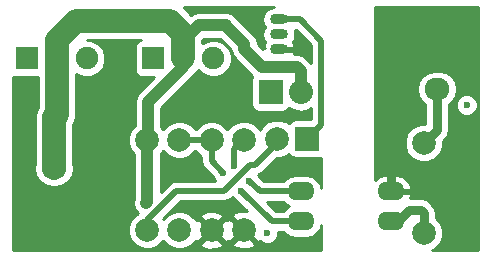
<source format=gbr>
G04 #@! TF.FileFunction,Copper,L1,Top,Signal*
%FSLAX46Y46*%
G04 Gerber Fmt 4.6, Leading zero omitted, Abs format (unit mm)*
G04 Created by KiCad (PCBNEW 4.0.4-stable) date 01/15/17 13:44:32*
%MOMM*%
%LPD*%
G01*
G04 APERTURE LIST*
%ADD10C,0.100000*%
%ADD11C,0.600000*%
%ADD12O,2.300000X1.600000*%
%ADD13O,1.501140X0.899160*%
%ADD14O,2.100000X1.900000*%
%ADD15C,1.900000*%
%ADD16R,1.900000X1.900000*%
%ADD17R,2.000000X2.000000*%
%ADD18C,2.000000*%
%ADD19R,2.032000X2.032000*%
%ADD20O,2.032000X2.032000*%
%ADD21C,1.998980*%
%ADD22C,1.000000*%
%ADD23C,2.000000*%
%ADD24C,0.800000*%
%ADD25C,0.500000*%
%ADD26C,0.250000*%
G04 APERTURE END LIST*
D10*
D11*
X216890000Y-133465000D03*
X220125000Y-136600000D03*
X218665000Y-130265000D03*
X185775000Y-133825000D03*
X209925000Y-135275000D03*
X206875000Y-138475000D03*
X206451200Y-135712200D03*
X210075000Y-141650000D03*
X190475000Y-137550000D03*
X194437000Y-135407400D03*
X193125000Y-133200000D03*
X201725000Y-130650000D03*
X203600000Y-127075000D03*
X185800000Y-128425000D03*
X193850000Y-127450000D03*
X191425000Y-130025000D03*
X205550000Y-123925000D03*
X191000000Y-134800000D03*
X200675000Y-127700000D03*
D12*
X216750000Y-139800000D03*
X216750000Y-137260000D03*
X209130000Y-137260000D03*
X209130000Y-139800000D03*
D11*
X186375000Y-137700000D03*
X222800000Y-140275000D03*
X217600000Y-125925000D03*
X222800000Y-136075000D03*
X223189800Y-129946400D03*
X223175000Y-122825000D03*
X222875000Y-127175000D03*
X222290000Y-132340000D03*
X207391000Y-141757400D03*
X191650000Y-140925000D03*
X186050000Y-130650000D03*
X185925000Y-141150000D03*
X193525000Y-137675000D03*
X199339200Y-135001000D03*
X193750000Y-125350000D03*
X206324200Y-140792200D03*
X193875000Y-130650000D03*
D13*
X207300000Y-123970000D03*
X207300000Y-125240000D03*
X207300000Y-122700000D03*
D11*
X216650000Y-122675000D03*
D14*
X188250000Y-135300000D03*
X188250000Y-140300000D03*
X220700000Y-123600000D03*
X220700000Y-128600000D03*
D15*
X188500000Y-126000000D03*
X191040000Y-126000000D03*
D16*
X185960000Y-126000000D03*
D15*
X199200000Y-126000000D03*
X201740000Y-126000000D03*
D16*
X196660000Y-126000000D03*
D17*
X209700000Y-132800000D03*
D18*
X207160000Y-132800000D03*
D19*
X206600000Y-128850000D03*
D20*
X209140000Y-128850000D03*
D21*
X196164200Y-140538200D03*
X196164200Y-132918200D03*
X219557600Y-140792200D03*
X219557600Y-133172200D03*
X198882000Y-140538200D03*
X198882000Y-132918200D03*
X201599800Y-140563600D03*
X201599800Y-132943600D03*
X204317600Y-140538200D03*
X204317600Y-132918200D03*
D11*
X196088000Y-138226800D03*
X203500000Y-135100000D03*
X204800000Y-136400000D03*
X204100000Y-137200000D03*
X202600000Y-135700000D03*
D22*
X196164200Y-138150600D02*
X196164200Y-132918200D01*
X196088000Y-138226800D02*
X196164200Y-138150600D01*
X202800000Y-123200000D02*
X202800000Y-123225000D01*
X202800000Y-123225000D02*
X204375000Y-124800000D01*
X204375000Y-124800000D02*
X204375000Y-125225000D01*
X204375000Y-125225000D02*
X205900000Y-126750000D01*
X205900000Y-126750000D02*
X208800000Y-126750000D01*
X208800000Y-126750000D02*
X209140000Y-127090000D01*
X209140000Y-127090000D02*
X209140000Y-128850000D01*
D23*
X188250000Y-135300000D02*
X188250000Y-131000000D01*
X188500000Y-130750000D02*
X188500000Y-126000000D01*
X188250000Y-131000000D02*
X188500000Y-130750000D01*
D22*
X199200000Y-126000000D02*
X199200000Y-126700000D01*
X199200000Y-126700000D02*
X196200000Y-129700000D01*
X199200000Y-124500000D02*
X199200000Y-126000000D01*
X200500000Y-123200000D02*
X202800000Y-123200000D01*
X199200000Y-124500000D02*
X200500000Y-123200000D01*
D23*
X188500000Y-126000000D02*
X188500000Y-124400000D01*
X199200000Y-123900000D02*
X199200000Y-126000000D01*
X198100000Y-122800000D02*
X199200000Y-123900000D01*
X190100000Y-122800000D02*
X198100000Y-122800000D01*
X188500000Y-124400000D02*
X190100000Y-122800000D01*
D22*
X196200000Y-129700000D02*
X196200000Y-132900000D01*
D24*
X220700000Y-128600000D02*
X220700000Y-132030000D01*
X220700000Y-132030000D02*
X219550000Y-133180000D01*
X216750000Y-137260000D02*
X216750000Y-133775000D01*
X220700000Y-125400000D02*
X220700000Y-123600000D01*
X217350000Y-128750000D02*
X220700000Y-125400000D01*
X217350000Y-133175000D02*
X217350000Y-128750000D01*
X216750000Y-133775000D02*
X217350000Y-133175000D01*
D25*
X202666600Y-137210800D02*
X204876400Y-135001000D01*
X198628000Y-137210800D02*
X202666600Y-137210800D01*
X196164200Y-139674600D02*
X198628000Y-137210800D01*
X205308200Y-135001000D02*
X207160000Y-133149200D01*
X204876400Y-135001000D02*
X205308200Y-135001000D01*
X207160000Y-133149200D02*
X207160000Y-132800000D01*
X196164200Y-140538200D02*
X196164200Y-139674600D01*
X207300000Y-122700000D02*
X209100000Y-122700000D01*
X210900000Y-131600000D02*
X209700000Y-132800000D01*
X210900000Y-124500000D02*
X210900000Y-131600000D01*
X209100000Y-122700000D02*
X210900000Y-124500000D01*
X207275000Y-137260000D02*
X209130000Y-137260000D01*
X207280000Y-137260000D02*
X207275000Y-137260000D01*
X207275000Y-137260000D02*
X205660000Y-137260000D01*
X203500000Y-133680000D02*
X204300000Y-132880000D01*
X205660000Y-137260000D02*
X204800000Y-136400000D01*
X203500000Y-135100000D02*
X203500000Y-133680000D01*
D24*
X219550000Y-140800000D02*
X219550000Y-139100000D01*
X219325000Y-138875000D02*
X218300000Y-138875000D01*
X219550000Y-139100000D02*
X219325000Y-138875000D01*
X218300000Y-138875000D02*
X217375000Y-139800000D01*
X217375000Y-139800000D02*
X216750000Y-139800000D01*
D25*
X201599800Y-132943600D02*
X198907400Y-132943600D01*
X198907400Y-132943600D02*
X198882000Y-132918200D01*
X201600000Y-132943800D02*
X201600000Y-134700000D01*
X206700000Y-139800000D02*
X207280000Y-139800000D01*
X206700000Y-139800000D02*
X204100000Y-137200000D01*
X202600000Y-135700000D02*
X201600000Y-134700000D01*
X201600000Y-132943800D02*
X201599800Y-132943600D01*
X207280000Y-139800000D02*
X206800000Y-139800000D01*
X207280000Y-139800000D02*
X209130000Y-139800000D01*
D26*
G36*
X224150000Y-142250000D02*
X220283416Y-142250000D01*
X220476598Y-142170179D01*
X220933973Y-141713601D01*
X221181808Y-141116749D01*
X221182372Y-140470487D01*
X220935579Y-139873202D01*
X220575000Y-139511994D01*
X220575000Y-139100000D01*
X220496977Y-138707749D01*
X220274784Y-138375216D01*
X220049784Y-138150216D01*
X219717251Y-137928023D01*
X219717246Y-137928022D01*
X219325000Y-137850000D01*
X218376544Y-137850000D01*
X218464364Y-137689839D01*
X218482476Y-137605521D01*
X218362577Y-137385000D01*
X216875000Y-137385000D01*
X216875000Y-137405000D01*
X216625000Y-137405000D01*
X216625000Y-137385000D01*
X216605000Y-137385000D01*
X216605000Y-137135000D01*
X216625000Y-137135000D01*
X216625000Y-135835000D01*
X216875000Y-135835000D01*
X216875000Y-137135000D01*
X218362577Y-137135000D01*
X218482476Y-136914479D01*
X218464364Y-136830161D01*
X218196016Y-136340761D01*
X217760809Y-135991307D01*
X217225000Y-135835000D01*
X216875000Y-135835000D01*
X216625000Y-135835000D01*
X216275000Y-135835000D01*
X215739191Y-135991307D01*
X215400000Y-136263664D01*
X215400000Y-133493913D01*
X217932828Y-133493913D01*
X218179621Y-134091198D01*
X218636199Y-134548573D01*
X219233051Y-134796408D01*
X219879313Y-134796972D01*
X220476598Y-134550179D01*
X220933973Y-134093601D01*
X221181808Y-133496749D01*
X221182244Y-132997325D01*
X221424785Y-132754784D01*
X221624950Y-132455216D01*
X221646977Y-132422251D01*
X221725000Y-132030000D01*
X221725000Y-130129587D01*
X222264640Y-130129587D01*
X222405166Y-130469686D01*
X222665145Y-130730120D01*
X223004999Y-130871239D01*
X223372987Y-130871560D01*
X223713086Y-130731034D01*
X223973520Y-130471055D01*
X224114639Y-130131201D01*
X224114960Y-129763213D01*
X223974434Y-129423114D01*
X223714455Y-129162680D01*
X223374601Y-129021561D01*
X223006613Y-129021240D01*
X222666514Y-129161766D01*
X222406080Y-129421745D01*
X222264961Y-129761599D01*
X222264640Y-130129587D01*
X221725000Y-130129587D01*
X221725000Y-129861700D01*
X221946508Y-129713693D01*
X222287925Y-129202726D01*
X222407815Y-128600000D01*
X222287925Y-127997274D01*
X221946508Y-127486307D01*
X221435541Y-127144890D01*
X220832815Y-127025000D01*
X220567185Y-127025000D01*
X219964459Y-127144890D01*
X219453492Y-127486307D01*
X219112075Y-127997274D01*
X218992185Y-128600000D01*
X219112075Y-129202726D01*
X219453492Y-129713693D01*
X219675000Y-129861700D01*
X219675000Y-131547811D01*
X219235887Y-131547428D01*
X218638602Y-131794221D01*
X218181227Y-132250799D01*
X217933392Y-132847651D01*
X217932828Y-133493913D01*
X215400000Y-133493913D01*
X215400000Y-121650000D01*
X224150000Y-121650000D01*
X224150000Y-142250000D01*
X224150000Y-142250000D01*
G37*
X224150000Y-142250000D02*
X220283416Y-142250000D01*
X220476598Y-142170179D01*
X220933973Y-141713601D01*
X221181808Y-141116749D01*
X221182372Y-140470487D01*
X220935579Y-139873202D01*
X220575000Y-139511994D01*
X220575000Y-139100000D01*
X220496977Y-138707749D01*
X220274784Y-138375216D01*
X220049784Y-138150216D01*
X219717251Y-137928023D01*
X219717246Y-137928022D01*
X219325000Y-137850000D01*
X218376544Y-137850000D01*
X218464364Y-137689839D01*
X218482476Y-137605521D01*
X218362577Y-137385000D01*
X216875000Y-137385000D01*
X216875000Y-137405000D01*
X216625000Y-137405000D01*
X216625000Y-137385000D01*
X216605000Y-137385000D01*
X216605000Y-137135000D01*
X216625000Y-137135000D01*
X216625000Y-135835000D01*
X216875000Y-135835000D01*
X216875000Y-137135000D01*
X218362577Y-137135000D01*
X218482476Y-136914479D01*
X218464364Y-136830161D01*
X218196016Y-136340761D01*
X217760809Y-135991307D01*
X217225000Y-135835000D01*
X216875000Y-135835000D01*
X216625000Y-135835000D01*
X216275000Y-135835000D01*
X215739191Y-135991307D01*
X215400000Y-136263664D01*
X215400000Y-133493913D01*
X217932828Y-133493913D01*
X218179621Y-134091198D01*
X218636199Y-134548573D01*
X219233051Y-134796408D01*
X219879313Y-134796972D01*
X220476598Y-134550179D01*
X220933973Y-134093601D01*
X221181808Y-133496749D01*
X221182244Y-132997325D01*
X221424785Y-132754784D01*
X221624950Y-132455216D01*
X221646977Y-132422251D01*
X221725000Y-132030000D01*
X221725000Y-130129587D01*
X222264640Y-130129587D01*
X222405166Y-130469686D01*
X222665145Y-130730120D01*
X223004999Y-130871239D01*
X223372987Y-130871560D01*
X223713086Y-130731034D01*
X223973520Y-130471055D01*
X224114639Y-130131201D01*
X224114960Y-129763213D01*
X223974434Y-129423114D01*
X223714455Y-129162680D01*
X223374601Y-129021561D01*
X223006613Y-129021240D01*
X222666514Y-129161766D01*
X222406080Y-129421745D01*
X222264961Y-129761599D01*
X222264640Y-130129587D01*
X221725000Y-130129587D01*
X221725000Y-129861700D01*
X221946508Y-129713693D01*
X222287925Y-129202726D01*
X222407815Y-128600000D01*
X222287925Y-127997274D01*
X221946508Y-127486307D01*
X221435541Y-127144890D01*
X220832815Y-127025000D01*
X220567185Y-127025000D01*
X219964459Y-127144890D01*
X219453492Y-127486307D01*
X219112075Y-127997274D01*
X218992185Y-128600000D01*
X219112075Y-129202726D01*
X219453492Y-129713693D01*
X219675000Y-129861700D01*
X219675000Y-131547811D01*
X219235887Y-131547428D01*
X218638602Y-131794221D01*
X218181227Y-132250799D01*
X217933392Y-132847651D01*
X217932828Y-133493913D01*
X215400000Y-133493913D01*
X215400000Y-121650000D01*
X224150000Y-121650000D01*
X224150000Y-142250000D01*
G36*
X195478389Y-124456337D02*
X195265668Y-124593219D01*
X195122962Y-124802076D01*
X195072756Y-125050000D01*
X195072756Y-126950000D01*
X195116337Y-127181611D01*
X195253219Y-127394332D01*
X195462076Y-127537038D01*
X195710000Y-127587244D01*
X196721766Y-127587244D01*
X195404505Y-128904505D01*
X195160636Y-129269481D01*
X195075000Y-129700000D01*
X195075000Y-131710126D01*
X194787827Y-131996799D01*
X194539992Y-132593651D01*
X194539428Y-133239913D01*
X194786221Y-133837198D01*
X195039200Y-134090619D01*
X195039200Y-137843720D01*
X194963000Y-138226800D01*
X195048636Y-138657318D01*
X195292505Y-139022295D01*
X195401978Y-139095442D01*
X195245202Y-139160221D01*
X194787827Y-139616799D01*
X194539992Y-140213651D01*
X194539428Y-140859913D01*
X194786221Y-141457198D01*
X195242799Y-141914573D01*
X195839651Y-142162408D01*
X196485913Y-142162972D01*
X197083198Y-141916179D01*
X197523467Y-141476678D01*
X197960599Y-141914573D01*
X198557451Y-142162408D01*
X199203713Y-142162972D01*
X199800998Y-141916179D01*
X200008532Y-141709006D01*
X200631170Y-141709006D01*
X200730146Y-141973239D01*
X201335790Y-142198739D01*
X201981628Y-142175304D01*
X202469454Y-141973239D01*
X202568430Y-141709006D01*
X202543030Y-141683606D01*
X203348970Y-141683606D01*
X203447946Y-141947839D01*
X204053590Y-142173339D01*
X204699428Y-142149904D01*
X205187254Y-141947839D01*
X205286230Y-141683606D01*
X204317600Y-140714977D01*
X203348970Y-141683606D01*
X202543030Y-141683606D01*
X201599800Y-140740377D01*
X200631170Y-141709006D01*
X200008532Y-141709006D01*
X200258373Y-141459601D01*
X200258659Y-141458912D01*
X200454394Y-141532230D01*
X201423023Y-140563600D01*
X201776577Y-140563600D01*
X202745206Y-141532230D01*
X202992605Y-141439560D01*
X203172194Y-141506830D01*
X204140823Y-140538200D01*
X203172194Y-139569570D01*
X202924795Y-139662240D01*
X202745206Y-139594970D01*
X201776577Y-140563600D01*
X201423023Y-140563600D01*
X200454394Y-139594970D01*
X200277366Y-139661281D01*
X200259979Y-139619202D01*
X200059322Y-139418194D01*
X200631170Y-139418194D01*
X201599800Y-140386823D01*
X202568430Y-139418194D01*
X202469454Y-139153961D01*
X201863810Y-138928461D01*
X201217972Y-138951896D01*
X200730146Y-139153961D01*
X200631170Y-139418194D01*
X200059322Y-139418194D01*
X199803401Y-139161827D01*
X199206549Y-138913992D01*
X198560287Y-138913428D01*
X197963002Y-139160221D01*
X197522733Y-139599722D01*
X197499644Y-139576593D01*
X198990437Y-138085800D01*
X202666600Y-138085800D01*
X203001448Y-138019195D01*
X203285318Y-137829518D01*
X203353425Y-137761411D01*
X203575345Y-137983720D01*
X203696657Y-138034093D01*
X204566184Y-138903621D01*
X203935772Y-138926496D01*
X203447946Y-139128561D01*
X203348970Y-139392794D01*
X204317600Y-140361423D01*
X204331742Y-140347281D01*
X204508519Y-140524058D01*
X204494377Y-140538200D01*
X205463006Y-141506830D01*
X205657755Y-141433881D01*
X205799545Y-141575920D01*
X206139399Y-141717039D01*
X206507387Y-141717360D01*
X206847486Y-141576834D01*
X207107920Y-141316855D01*
X207249039Y-140977001D01*
X207249302Y-140675000D01*
X207648980Y-140675000D01*
X207737599Y-140807627D01*
X208199902Y-141116528D01*
X208745226Y-141225000D01*
X209514774Y-141225000D01*
X210060098Y-141116528D01*
X210522401Y-140807627D01*
X210831302Y-140345324D01*
X210875000Y-140125640D01*
X210875000Y-142250000D01*
X184800000Y-142250000D01*
X184800000Y-127544718D01*
X185010000Y-127587244D01*
X186875000Y-127587244D01*
X186875000Y-130189111D01*
X186748696Y-130378139D01*
X186748696Y-130378140D01*
X186624999Y-131000000D01*
X186625000Y-131000005D01*
X186625000Y-134883662D01*
X186542185Y-135300000D01*
X186662075Y-135902726D01*
X187003492Y-136413693D01*
X187514459Y-136755110D01*
X187577887Y-136767727D01*
X187628139Y-136801304D01*
X188250000Y-136925000D01*
X188871861Y-136801304D01*
X188922113Y-136767727D01*
X188985541Y-136755110D01*
X189496508Y-136413693D01*
X189837925Y-135902726D01*
X189957815Y-135300000D01*
X189875000Y-134883662D01*
X189875000Y-131560889D01*
X190001304Y-131371861D01*
X190125000Y-130750000D01*
X190125000Y-127312734D01*
X190146669Y-127334441D01*
X190725339Y-127574726D01*
X191351912Y-127575273D01*
X191931000Y-127335999D01*
X192374441Y-126893331D01*
X192614726Y-126314661D01*
X192615273Y-125688088D01*
X192375999Y-125109000D01*
X191933331Y-124665559D01*
X191354661Y-124425274D01*
X191040802Y-124425000D01*
X195644929Y-124425000D01*
X195478389Y-124456337D01*
X195478389Y-124456337D01*
G37*
X195478389Y-124456337D02*
X195265668Y-124593219D01*
X195122962Y-124802076D01*
X195072756Y-125050000D01*
X195072756Y-126950000D01*
X195116337Y-127181611D01*
X195253219Y-127394332D01*
X195462076Y-127537038D01*
X195710000Y-127587244D01*
X196721766Y-127587244D01*
X195404505Y-128904505D01*
X195160636Y-129269481D01*
X195075000Y-129700000D01*
X195075000Y-131710126D01*
X194787827Y-131996799D01*
X194539992Y-132593651D01*
X194539428Y-133239913D01*
X194786221Y-133837198D01*
X195039200Y-134090619D01*
X195039200Y-137843720D01*
X194963000Y-138226800D01*
X195048636Y-138657318D01*
X195292505Y-139022295D01*
X195401978Y-139095442D01*
X195245202Y-139160221D01*
X194787827Y-139616799D01*
X194539992Y-140213651D01*
X194539428Y-140859913D01*
X194786221Y-141457198D01*
X195242799Y-141914573D01*
X195839651Y-142162408D01*
X196485913Y-142162972D01*
X197083198Y-141916179D01*
X197523467Y-141476678D01*
X197960599Y-141914573D01*
X198557451Y-142162408D01*
X199203713Y-142162972D01*
X199800998Y-141916179D01*
X200008532Y-141709006D01*
X200631170Y-141709006D01*
X200730146Y-141973239D01*
X201335790Y-142198739D01*
X201981628Y-142175304D01*
X202469454Y-141973239D01*
X202568430Y-141709006D01*
X202543030Y-141683606D01*
X203348970Y-141683606D01*
X203447946Y-141947839D01*
X204053590Y-142173339D01*
X204699428Y-142149904D01*
X205187254Y-141947839D01*
X205286230Y-141683606D01*
X204317600Y-140714977D01*
X203348970Y-141683606D01*
X202543030Y-141683606D01*
X201599800Y-140740377D01*
X200631170Y-141709006D01*
X200008532Y-141709006D01*
X200258373Y-141459601D01*
X200258659Y-141458912D01*
X200454394Y-141532230D01*
X201423023Y-140563600D01*
X201776577Y-140563600D01*
X202745206Y-141532230D01*
X202992605Y-141439560D01*
X203172194Y-141506830D01*
X204140823Y-140538200D01*
X203172194Y-139569570D01*
X202924795Y-139662240D01*
X202745206Y-139594970D01*
X201776577Y-140563600D01*
X201423023Y-140563600D01*
X200454394Y-139594970D01*
X200277366Y-139661281D01*
X200259979Y-139619202D01*
X200059322Y-139418194D01*
X200631170Y-139418194D01*
X201599800Y-140386823D01*
X202568430Y-139418194D01*
X202469454Y-139153961D01*
X201863810Y-138928461D01*
X201217972Y-138951896D01*
X200730146Y-139153961D01*
X200631170Y-139418194D01*
X200059322Y-139418194D01*
X199803401Y-139161827D01*
X199206549Y-138913992D01*
X198560287Y-138913428D01*
X197963002Y-139160221D01*
X197522733Y-139599722D01*
X197499644Y-139576593D01*
X198990437Y-138085800D01*
X202666600Y-138085800D01*
X203001448Y-138019195D01*
X203285318Y-137829518D01*
X203353425Y-137761411D01*
X203575345Y-137983720D01*
X203696657Y-138034093D01*
X204566184Y-138903621D01*
X203935772Y-138926496D01*
X203447946Y-139128561D01*
X203348970Y-139392794D01*
X204317600Y-140361423D01*
X204331742Y-140347281D01*
X204508519Y-140524058D01*
X204494377Y-140538200D01*
X205463006Y-141506830D01*
X205657755Y-141433881D01*
X205799545Y-141575920D01*
X206139399Y-141717039D01*
X206507387Y-141717360D01*
X206847486Y-141576834D01*
X207107920Y-141316855D01*
X207249039Y-140977001D01*
X207249302Y-140675000D01*
X207648980Y-140675000D01*
X207737599Y-140807627D01*
X208199902Y-141116528D01*
X208745226Y-141225000D01*
X209514774Y-141225000D01*
X210060098Y-141116528D01*
X210522401Y-140807627D01*
X210831302Y-140345324D01*
X210875000Y-140125640D01*
X210875000Y-142250000D01*
X184800000Y-142250000D01*
X184800000Y-127544718D01*
X185010000Y-127587244D01*
X186875000Y-127587244D01*
X186875000Y-130189111D01*
X186748696Y-130378139D01*
X186748696Y-130378140D01*
X186624999Y-131000000D01*
X186625000Y-131000005D01*
X186625000Y-134883662D01*
X186542185Y-135300000D01*
X186662075Y-135902726D01*
X187003492Y-136413693D01*
X187514459Y-136755110D01*
X187577887Y-136767727D01*
X187628139Y-136801304D01*
X188250000Y-136925000D01*
X188871861Y-136801304D01*
X188922113Y-136767727D01*
X188985541Y-136755110D01*
X189496508Y-136413693D01*
X189837925Y-135902726D01*
X189957815Y-135300000D01*
X189875000Y-134883662D01*
X189875000Y-131560889D01*
X190001304Y-131371861D01*
X190125000Y-130750000D01*
X190125000Y-127312734D01*
X190146669Y-127334441D01*
X190725339Y-127574726D01*
X191351912Y-127575273D01*
X191931000Y-127335999D01*
X192374441Y-126893331D01*
X192614726Y-126314661D01*
X192615273Y-125688088D01*
X192375999Y-125109000D01*
X191933331Y-124665559D01*
X191354661Y-124425274D01*
X191040802Y-124425000D01*
X195644929Y-124425000D01*
X195478389Y-124456337D01*
G36*
X207737599Y-138267627D02*
X208130268Y-138530000D01*
X207737599Y-138792373D01*
X207648980Y-138925000D01*
X207062437Y-138925000D01*
X206272437Y-138135000D01*
X207648980Y-138135000D01*
X207737599Y-138267627D01*
X207737599Y-138267627D01*
G37*
X207737599Y-138267627D02*
X208130268Y-138530000D01*
X207737599Y-138792373D01*
X207648980Y-138925000D01*
X207062437Y-138925000D01*
X206272437Y-138135000D01*
X207648980Y-138135000D01*
X207737599Y-138267627D01*
G36*
X197960599Y-134294573D02*
X198557451Y-134542408D01*
X199203713Y-134542972D01*
X199800998Y-134296179D01*
X200228567Y-133869355D01*
X200678399Y-134319973D01*
X200725000Y-134339323D01*
X200725000Y-134700000D01*
X200767839Y-134915366D01*
X200791605Y-135034848D01*
X200981282Y-135318718D01*
X201765736Y-136103173D01*
X201815366Y-136223286D01*
X201927683Y-136335800D01*
X198628000Y-136335800D01*
X198348706Y-136391355D01*
X198293151Y-136402405D01*
X198009281Y-136592082D01*
X197289200Y-137312163D01*
X197289200Y-134090536D01*
X197523467Y-133856678D01*
X197960599Y-134294573D01*
X197960599Y-134294573D01*
G37*
X197960599Y-134294573D02*
X198557451Y-134542408D01*
X199203713Y-134542972D01*
X199800998Y-134296179D01*
X200228567Y-133869355D01*
X200678399Y-134319973D01*
X200725000Y-134339323D01*
X200725000Y-134700000D01*
X200767839Y-134915366D01*
X200791605Y-135034848D01*
X200981282Y-135318718D01*
X201765736Y-136103173D01*
X201815366Y-136223286D01*
X201927683Y-136335800D01*
X198628000Y-136335800D01*
X198348706Y-136391355D01*
X198293151Y-136402405D01*
X198009281Y-136592082D01*
X197289200Y-137312163D01*
X197289200Y-134090536D01*
X197523467Y-133856678D01*
X197960599Y-134294573D01*
G36*
X208243219Y-134244332D02*
X208452076Y-134387038D01*
X208700000Y-134437244D01*
X210700000Y-134437244D01*
X210875000Y-134404315D01*
X210875000Y-136934360D01*
X210831302Y-136714676D01*
X210522401Y-136252373D01*
X210060098Y-135943472D01*
X209514774Y-135835000D01*
X208745226Y-135835000D01*
X208199902Y-135943472D01*
X207737599Y-136252373D01*
X207648980Y-136385000D01*
X206022437Y-136385000D01*
X205634264Y-135996828D01*
X205584634Y-135876714D01*
X205538243Y-135830242D01*
X205643048Y-135809395D01*
X205926918Y-135619718D01*
X207121669Y-134424968D01*
X207481814Y-134425282D01*
X208079286Y-134178412D01*
X208153274Y-134104553D01*
X208243219Y-134244332D01*
X208243219Y-134244332D01*
G37*
X208243219Y-134244332D02*
X208452076Y-134387038D01*
X208700000Y-134437244D01*
X210700000Y-134437244D01*
X210875000Y-134404315D01*
X210875000Y-136934360D01*
X210831302Y-136714676D01*
X210522401Y-136252373D01*
X210060098Y-135943472D01*
X209514774Y-135835000D01*
X208745226Y-135835000D01*
X208199902Y-135943472D01*
X207737599Y-136252373D01*
X207648980Y-136385000D01*
X206022437Y-136385000D01*
X205634264Y-135996828D01*
X205584634Y-135876714D01*
X205538243Y-135830242D01*
X205643048Y-135809395D01*
X205926918Y-135619718D01*
X207121669Y-134424968D01*
X207481814Y-134425282D01*
X208079286Y-134178412D01*
X208153274Y-134104553D01*
X208243219Y-134244332D01*
G36*
X203260178Y-125276168D02*
X203335636Y-125655519D01*
X203565811Y-126000000D01*
X203579505Y-126020495D01*
X205057088Y-127498078D01*
X204996962Y-127586076D01*
X204946756Y-127834000D01*
X204946756Y-129866000D01*
X204990337Y-130097611D01*
X205127219Y-130310332D01*
X205336076Y-130453038D01*
X205584000Y-130503244D01*
X207616000Y-130503244D01*
X207847611Y-130459663D01*
X208060332Y-130322781D01*
X208166514Y-130167378D01*
X208512016Y-130398235D01*
X209140000Y-130523149D01*
X209767984Y-130398235D01*
X210025000Y-130226502D01*
X210025000Y-131162756D01*
X208700000Y-131162756D01*
X208468389Y-131206337D01*
X208255668Y-131343219D01*
X208152533Y-131494161D01*
X208081691Y-131423195D01*
X207484651Y-131175282D01*
X206838186Y-131174718D01*
X206240714Y-131421588D01*
X205783195Y-131878309D01*
X205714241Y-132044368D01*
X205695579Y-131999202D01*
X205239001Y-131541827D01*
X204642149Y-131293992D01*
X203995887Y-131293428D01*
X203398602Y-131540221D01*
X202945633Y-131992400D01*
X202521201Y-131567227D01*
X201924349Y-131319392D01*
X201278087Y-131318828D01*
X200680802Y-131565621D01*
X200253233Y-131992445D01*
X199803401Y-131541827D01*
X199206549Y-131293992D01*
X198560287Y-131293428D01*
X197963002Y-131540221D01*
X197522733Y-131979722D01*
X197325000Y-131781644D01*
X197325000Y-130165990D01*
X199995495Y-127495495D01*
X200074524Y-127377219D01*
X200124235Y-127302822D01*
X200135012Y-127292063D01*
X200349049Y-127149049D01*
X200474370Y-126961492D01*
X200846669Y-127334441D01*
X201425339Y-127574726D01*
X202051912Y-127575273D01*
X202631000Y-127335999D01*
X203074441Y-126893331D01*
X203314726Y-126314661D01*
X203315273Y-125688088D01*
X203075999Y-125109000D01*
X202633331Y-124665559D01*
X202054661Y-124425274D01*
X201428088Y-124424727D01*
X200849000Y-124664001D01*
X200825000Y-124687959D01*
X200825000Y-124465990D01*
X200965990Y-124325000D01*
X202309010Y-124325000D01*
X203260178Y-125276168D01*
X203260178Y-125276168D01*
G37*
X203260178Y-125276168D02*
X203335636Y-125655519D01*
X203565811Y-126000000D01*
X203579505Y-126020495D01*
X205057088Y-127498078D01*
X204996962Y-127586076D01*
X204946756Y-127834000D01*
X204946756Y-129866000D01*
X204990337Y-130097611D01*
X205127219Y-130310332D01*
X205336076Y-130453038D01*
X205584000Y-130503244D01*
X207616000Y-130503244D01*
X207847611Y-130459663D01*
X208060332Y-130322781D01*
X208166514Y-130167378D01*
X208512016Y-130398235D01*
X209140000Y-130523149D01*
X209767984Y-130398235D01*
X210025000Y-130226502D01*
X210025000Y-131162756D01*
X208700000Y-131162756D01*
X208468389Y-131206337D01*
X208255668Y-131343219D01*
X208152533Y-131494161D01*
X208081691Y-131423195D01*
X207484651Y-131175282D01*
X206838186Y-131174718D01*
X206240714Y-131421588D01*
X205783195Y-131878309D01*
X205714241Y-132044368D01*
X205695579Y-131999202D01*
X205239001Y-131541827D01*
X204642149Y-131293992D01*
X203995887Y-131293428D01*
X203398602Y-131540221D01*
X202945633Y-131992400D01*
X202521201Y-131567227D01*
X201924349Y-131319392D01*
X201278087Y-131318828D01*
X200680802Y-131565621D01*
X200253233Y-131992445D01*
X199803401Y-131541827D01*
X199206549Y-131293992D01*
X198560287Y-131293428D01*
X197963002Y-131540221D01*
X197522733Y-131979722D01*
X197325000Y-131781644D01*
X197325000Y-130165990D01*
X199995495Y-127495495D01*
X200074524Y-127377219D01*
X200124235Y-127302822D01*
X200135012Y-127292063D01*
X200349049Y-127149049D01*
X200474370Y-126961492D01*
X200846669Y-127334441D01*
X201425339Y-127574726D01*
X202051912Y-127575273D01*
X202631000Y-127335999D01*
X203074441Y-126893331D01*
X203314726Y-126314661D01*
X203315273Y-125688088D01*
X203075999Y-125109000D01*
X202633331Y-124665559D01*
X202054661Y-124425274D01*
X201428088Y-124424727D01*
X200849000Y-124664001D01*
X200825000Y-124687959D01*
X200825000Y-124465990D01*
X200965990Y-124325000D01*
X202309010Y-124325000D01*
X203260178Y-125276168D01*
G36*
X210025000Y-124862437D02*
X210025000Y-126428459D01*
X209935495Y-126294505D01*
X209595495Y-125954505D01*
X209230519Y-125710636D01*
X208800000Y-125625000D01*
X208589323Y-125625000D01*
X208635581Y-125530421D01*
X208510773Y-125365000D01*
X207425000Y-125365000D01*
X207425000Y-125385000D01*
X207175000Y-125385000D01*
X207175000Y-125365000D01*
X207155000Y-125365000D01*
X207155000Y-125115000D01*
X207175000Y-125115000D01*
X207175000Y-125095000D01*
X207425000Y-125095000D01*
X207425000Y-125115000D01*
X208510773Y-125115000D01*
X208635581Y-124949579D01*
X208468804Y-124608585D01*
X208620721Y-124381224D01*
X208702519Y-123970000D01*
X208623948Y-123575000D01*
X208737564Y-123575000D01*
X210025000Y-124862437D01*
X210025000Y-124862437D01*
G37*
X210025000Y-124862437D02*
X210025000Y-126428459D01*
X209935495Y-126294505D01*
X209595495Y-125954505D01*
X209230519Y-125710636D01*
X208800000Y-125625000D01*
X208589323Y-125625000D01*
X208635581Y-125530421D01*
X208510773Y-125365000D01*
X207425000Y-125365000D01*
X207425000Y-125385000D01*
X207175000Y-125385000D01*
X207175000Y-125365000D01*
X207155000Y-125365000D01*
X207155000Y-125115000D01*
X207175000Y-125115000D01*
X207175000Y-125095000D01*
X207425000Y-125095000D01*
X207425000Y-125115000D01*
X208510773Y-125115000D01*
X208635581Y-124949579D01*
X208468804Y-124608585D01*
X208620721Y-124381224D01*
X208702519Y-123970000D01*
X208623948Y-123575000D01*
X208737564Y-123575000D01*
X210025000Y-124862437D01*
G36*
X206560837Y-121707218D02*
X206212218Y-121940157D01*
X205979279Y-122288776D01*
X205897481Y-122700000D01*
X205979279Y-123111224D01*
X206128801Y-123335000D01*
X205979279Y-123558776D01*
X205897481Y-123970000D01*
X205979279Y-124381224D01*
X206131196Y-124608585D01*
X205964419Y-124949579D01*
X206089225Y-125114998D01*
X205924430Y-125114998D01*
X205924430Y-125183440D01*
X205489822Y-124748832D01*
X205414364Y-124369481D01*
X205170495Y-124004505D01*
X203645837Y-122479847D01*
X203595495Y-122404505D01*
X203230519Y-122160636D01*
X202800000Y-122075000D01*
X200500000Y-122075000D01*
X200069481Y-122160636D01*
X199883201Y-122285104D01*
X199249049Y-121650951D01*
X199247626Y-121650000D01*
X206848490Y-121650000D01*
X206560837Y-121707218D01*
X206560837Y-121707218D01*
G37*
X206560837Y-121707218D02*
X206212218Y-121940157D01*
X205979279Y-122288776D01*
X205897481Y-122700000D01*
X205979279Y-123111224D01*
X206128801Y-123335000D01*
X205979279Y-123558776D01*
X205897481Y-123970000D01*
X205979279Y-124381224D01*
X206131196Y-124608585D01*
X205964419Y-124949579D01*
X206089225Y-125114998D01*
X205924430Y-125114998D01*
X205924430Y-125183440D01*
X205489822Y-124748832D01*
X205414364Y-124369481D01*
X205170495Y-124004505D01*
X203645837Y-122479847D01*
X203595495Y-122404505D01*
X203230519Y-122160636D01*
X202800000Y-122075000D01*
X200500000Y-122075000D01*
X200069481Y-122160636D01*
X199883201Y-122285104D01*
X199249049Y-121650951D01*
X199247626Y-121650000D01*
X206848490Y-121650000D01*
X206560837Y-121707218D01*
M02*

</source>
